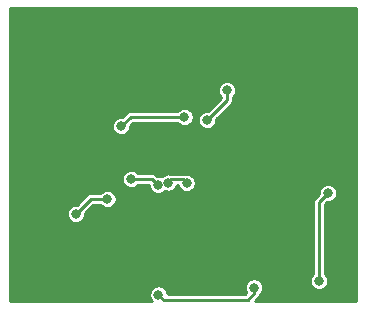
<source format=gbr>
G04 #@! TF.GenerationSoftware,KiCad,Pcbnew,(5.1.2)-2*
G04 #@! TF.CreationDate,2021-11-10T11:28:23-03:00*
G04 #@! TF.ProjectId,MAG_Plus,4d41475f-506c-4757-932e-6b696361645f,rev?*
G04 #@! TF.SameCoordinates,Original*
G04 #@! TF.FileFunction,Copper,L2,Bot*
G04 #@! TF.FilePolarity,Positive*
%FSLAX46Y46*%
G04 Gerber Fmt 4.6, Leading zero omitted, Abs format (unit mm)*
G04 Created by KiCad (PCBNEW (5.1.2)-2) date 2021-11-10 11:28:23*
%MOMM*%
%LPD*%
G04 APERTURE LIST*
%ADD10C,0.800000*%
%ADD11C,0.250000*%
%ADD12C,0.254000*%
G04 APERTURE END LIST*
D10*
X160750000Y-182500000D03*
X158500000Y-182000000D03*
X163187347Y-182362653D03*
X161625000Y-182320484D03*
X157650000Y-177550000D03*
X163000000Y-176750000D03*
X166600000Y-174500000D03*
X164937347Y-177012653D03*
X168900000Y-191200000D03*
X160800000Y-191800000D03*
X156475000Y-183700000D03*
X153800000Y-184950000D03*
X175150000Y-183200000D03*
X174400000Y-190650000D03*
D11*
X160750000Y-182500000D02*
X160250000Y-182000000D01*
X159065685Y-182000000D02*
X158500000Y-182000000D01*
X160250000Y-182000000D02*
X159065685Y-182000000D01*
X161895484Y-182050000D02*
X161625000Y-182320484D01*
X163187347Y-182362653D02*
X162874694Y-182050000D01*
X162874694Y-182050000D02*
X161895484Y-182050000D01*
X157650000Y-177550000D02*
X158450000Y-176750000D01*
X158450000Y-176750000D02*
X163000000Y-176750000D01*
X166600000Y-174500000D02*
X166600000Y-175350000D01*
X166600000Y-175350000D02*
X164937347Y-177012653D01*
X155050000Y-183700000D02*
X153800000Y-184950000D01*
X156475000Y-183700000D02*
X155050000Y-183700000D01*
X161250000Y-192250000D02*
X160800000Y-191800000D01*
X168350000Y-192250000D02*
X161250000Y-192250000D01*
X168900000Y-191200000D02*
X168900000Y-191700000D01*
X168900000Y-191700000D02*
X168350000Y-192250000D01*
X175150000Y-183200000D02*
X174400000Y-183950000D01*
X174400000Y-183950000D02*
X174400000Y-190650000D01*
D12*
G36*
X177548000Y-192348000D02*
G01*
X168961934Y-192348000D01*
X169237538Y-192072397D01*
X169256684Y-192056684D01*
X169281339Y-192026643D01*
X169303739Y-191999348D01*
X169319417Y-191980245D01*
X169366031Y-191893036D01*
X169392640Y-191805320D01*
X169395309Y-191803536D01*
X169503536Y-191695309D01*
X169588569Y-191568048D01*
X169647141Y-191426643D01*
X169677000Y-191276528D01*
X169677000Y-191123472D01*
X169647141Y-190973357D01*
X169588569Y-190831952D01*
X169503536Y-190704691D01*
X169395309Y-190596464D01*
X169360900Y-190573472D01*
X173623000Y-190573472D01*
X173623000Y-190726528D01*
X173652859Y-190876643D01*
X173711431Y-191018048D01*
X173796464Y-191145309D01*
X173904691Y-191253536D01*
X174031952Y-191338569D01*
X174173357Y-191397141D01*
X174323472Y-191427000D01*
X174476528Y-191427000D01*
X174626643Y-191397141D01*
X174768048Y-191338569D01*
X174895309Y-191253536D01*
X175003536Y-191145309D01*
X175088569Y-191018048D01*
X175147141Y-190876643D01*
X175177000Y-190726528D01*
X175177000Y-190573472D01*
X175147141Y-190423357D01*
X175088569Y-190281952D01*
X175003536Y-190154691D01*
X174902000Y-190053155D01*
X174902000Y-184157934D01*
X175082934Y-183977000D01*
X175226528Y-183977000D01*
X175376643Y-183947141D01*
X175518048Y-183888569D01*
X175645309Y-183803536D01*
X175753536Y-183695309D01*
X175838569Y-183568048D01*
X175897141Y-183426643D01*
X175927000Y-183276528D01*
X175927000Y-183123472D01*
X175897141Y-182973357D01*
X175838569Y-182831952D01*
X175753536Y-182704691D01*
X175645309Y-182596464D01*
X175518048Y-182511431D01*
X175376643Y-182452859D01*
X175226528Y-182423000D01*
X175073472Y-182423000D01*
X174923357Y-182452859D01*
X174781952Y-182511431D01*
X174654691Y-182596464D01*
X174546464Y-182704691D01*
X174461431Y-182831952D01*
X174402859Y-182973357D01*
X174373000Y-183123472D01*
X174373000Y-183267066D01*
X174062467Y-183577599D01*
X174043316Y-183593316D01*
X173980583Y-183669755D01*
X173933969Y-183756965D01*
X173905264Y-183851592D01*
X173898000Y-183925348D01*
X173898000Y-183925357D01*
X173895573Y-183950000D01*
X173898000Y-183974643D01*
X173898001Y-190053154D01*
X173796464Y-190154691D01*
X173711431Y-190281952D01*
X173652859Y-190423357D01*
X173623000Y-190573472D01*
X169360900Y-190573472D01*
X169268048Y-190511431D01*
X169126643Y-190452859D01*
X168976528Y-190423000D01*
X168823472Y-190423000D01*
X168673357Y-190452859D01*
X168531952Y-190511431D01*
X168404691Y-190596464D01*
X168296464Y-190704691D01*
X168211431Y-190831952D01*
X168152859Y-190973357D01*
X168123000Y-191123472D01*
X168123000Y-191276528D01*
X168152859Y-191426643D01*
X168211431Y-191568048D01*
X168255726Y-191634340D01*
X168142066Y-191748000D01*
X161577000Y-191748000D01*
X161577000Y-191723472D01*
X161547141Y-191573357D01*
X161488569Y-191431952D01*
X161403536Y-191304691D01*
X161295309Y-191196464D01*
X161168048Y-191111431D01*
X161026643Y-191052859D01*
X160876528Y-191023000D01*
X160723472Y-191023000D01*
X160573357Y-191052859D01*
X160431952Y-191111431D01*
X160304691Y-191196464D01*
X160196464Y-191304691D01*
X160111431Y-191431952D01*
X160052859Y-191573357D01*
X160023000Y-191723472D01*
X160023000Y-191876528D01*
X160052859Y-192026643D01*
X160111431Y-192168048D01*
X160196464Y-192295309D01*
X160249155Y-192348000D01*
X148252000Y-192348000D01*
X148252000Y-184873472D01*
X153023000Y-184873472D01*
X153023000Y-185026528D01*
X153052859Y-185176643D01*
X153111431Y-185318048D01*
X153196464Y-185445309D01*
X153304691Y-185553536D01*
X153431952Y-185638569D01*
X153573357Y-185697141D01*
X153723472Y-185727000D01*
X153876528Y-185727000D01*
X154026643Y-185697141D01*
X154168048Y-185638569D01*
X154295309Y-185553536D01*
X154403536Y-185445309D01*
X154488569Y-185318048D01*
X154547141Y-185176643D01*
X154577000Y-185026528D01*
X154577000Y-184882934D01*
X155257935Y-184202000D01*
X155878155Y-184202000D01*
X155979691Y-184303536D01*
X156106952Y-184388569D01*
X156248357Y-184447141D01*
X156398472Y-184477000D01*
X156551528Y-184477000D01*
X156701643Y-184447141D01*
X156843048Y-184388569D01*
X156970309Y-184303536D01*
X157078536Y-184195309D01*
X157163569Y-184068048D01*
X157222141Y-183926643D01*
X157252000Y-183776528D01*
X157252000Y-183623472D01*
X157222141Y-183473357D01*
X157163569Y-183331952D01*
X157078536Y-183204691D01*
X156970309Y-183096464D01*
X156843048Y-183011431D01*
X156701643Y-182952859D01*
X156551528Y-182923000D01*
X156398472Y-182923000D01*
X156248357Y-182952859D01*
X156106952Y-183011431D01*
X155979691Y-183096464D01*
X155878155Y-183198000D01*
X155074643Y-183198000D01*
X155050000Y-183195573D01*
X155025357Y-183198000D01*
X155025347Y-183198000D01*
X154951591Y-183205264D01*
X154856964Y-183233969D01*
X154769755Y-183280583D01*
X154693316Y-183343316D01*
X154677603Y-183362462D01*
X153867066Y-184173000D01*
X153723472Y-184173000D01*
X153573357Y-184202859D01*
X153431952Y-184261431D01*
X153304691Y-184346464D01*
X153196464Y-184454691D01*
X153111431Y-184581952D01*
X153052859Y-184723357D01*
X153023000Y-184873472D01*
X148252000Y-184873472D01*
X148252000Y-181923472D01*
X157723000Y-181923472D01*
X157723000Y-182076528D01*
X157752859Y-182226643D01*
X157811431Y-182368048D01*
X157896464Y-182495309D01*
X158004691Y-182603536D01*
X158131952Y-182688569D01*
X158273357Y-182747141D01*
X158423472Y-182777000D01*
X158576528Y-182777000D01*
X158726643Y-182747141D01*
X158868048Y-182688569D01*
X158995309Y-182603536D01*
X159096845Y-182502000D01*
X159973000Y-182502000D01*
X159973000Y-182576528D01*
X160002859Y-182726643D01*
X160061431Y-182868048D01*
X160146464Y-182995309D01*
X160254691Y-183103536D01*
X160381952Y-183188569D01*
X160523357Y-183247141D01*
X160673472Y-183277000D01*
X160826528Y-183277000D01*
X160976643Y-183247141D01*
X161118048Y-183188569D01*
X161245309Y-183103536D01*
X161315529Y-183033316D01*
X161398357Y-183067625D01*
X161548472Y-183097484D01*
X161701528Y-183097484D01*
X161851643Y-183067625D01*
X161993048Y-183009053D01*
X162120309Y-182924020D01*
X162228536Y-182815793D01*
X162313569Y-182688532D01*
X162370123Y-182552000D01*
X162432788Y-182552000D01*
X162440206Y-182589296D01*
X162498778Y-182730701D01*
X162583811Y-182857962D01*
X162692038Y-182966189D01*
X162819299Y-183051222D01*
X162960704Y-183109794D01*
X163110819Y-183139653D01*
X163263875Y-183139653D01*
X163413990Y-183109794D01*
X163555395Y-183051222D01*
X163682656Y-182966189D01*
X163790883Y-182857962D01*
X163875916Y-182730701D01*
X163934488Y-182589296D01*
X163964347Y-182439181D01*
X163964347Y-182286125D01*
X163934488Y-182136010D01*
X163875916Y-181994605D01*
X163790883Y-181867344D01*
X163682656Y-181759117D01*
X163555395Y-181674084D01*
X163413990Y-181615512D01*
X163263875Y-181585653D01*
X163110819Y-181585653D01*
X163081712Y-181591443D01*
X163067730Y-181583969D01*
X162973103Y-181555264D01*
X162899347Y-181548000D01*
X162899337Y-181548000D01*
X162874694Y-181545573D01*
X162850051Y-181548000D01*
X161920126Y-181548000D01*
X161895483Y-181545573D01*
X161870840Y-181548000D01*
X161870831Y-181548000D01*
X161797075Y-181555264D01*
X161782690Y-181559628D01*
X161701528Y-181543484D01*
X161548472Y-181543484D01*
X161398357Y-181573343D01*
X161256952Y-181631915D01*
X161129691Y-181716948D01*
X161059471Y-181787168D01*
X160976643Y-181752859D01*
X160826528Y-181723000D01*
X160682934Y-181723000D01*
X160622401Y-181662467D01*
X160606684Y-181643316D01*
X160530245Y-181580583D01*
X160443036Y-181533969D01*
X160348409Y-181505264D01*
X160274653Y-181498000D01*
X160274643Y-181498000D01*
X160250000Y-181495573D01*
X160225357Y-181498000D01*
X159096845Y-181498000D01*
X158995309Y-181396464D01*
X158868048Y-181311431D01*
X158726643Y-181252859D01*
X158576528Y-181223000D01*
X158423472Y-181223000D01*
X158273357Y-181252859D01*
X158131952Y-181311431D01*
X158004691Y-181396464D01*
X157896464Y-181504691D01*
X157811431Y-181631952D01*
X157752859Y-181773357D01*
X157723000Y-181923472D01*
X148252000Y-181923472D01*
X148252000Y-177473472D01*
X156873000Y-177473472D01*
X156873000Y-177626528D01*
X156902859Y-177776643D01*
X156961431Y-177918048D01*
X157046464Y-178045309D01*
X157154691Y-178153536D01*
X157281952Y-178238569D01*
X157423357Y-178297141D01*
X157573472Y-178327000D01*
X157726528Y-178327000D01*
X157876643Y-178297141D01*
X158018048Y-178238569D01*
X158145309Y-178153536D01*
X158253536Y-178045309D01*
X158338569Y-177918048D01*
X158397141Y-177776643D01*
X158427000Y-177626528D01*
X158427000Y-177482935D01*
X158657936Y-177252000D01*
X162403155Y-177252000D01*
X162504691Y-177353536D01*
X162631952Y-177438569D01*
X162773357Y-177497141D01*
X162923472Y-177527000D01*
X163076528Y-177527000D01*
X163226643Y-177497141D01*
X163368048Y-177438569D01*
X163495309Y-177353536D01*
X163603536Y-177245309D01*
X163688569Y-177118048D01*
X163747141Y-176976643D01*
X163755200Y-176936125D01*
X164160347Y-176936125D01*
X164160347Y-177089181D01*
X164190206Y-177239296D01*
X164248778Y-177380701D01*
X164333811Y-177507962D01*
X164442038Y-177616189D01*
X164569299Y-177701222D01*
X164710704Y-177759794D01*
X164860819Y-177789653D01*
X165013875Y-177789653D01*
X165163990Y-177759794D01*
X165305395Y-177701222D01*
X165432656Y-177616189D01*
X165540883Y-177507962D01*
X165625916Y-177380701D01*
X165684488Y-177239296D01*
X165714347Y-177089181D01*
X165714347Y-176945587D01*
X166937538Y-175722397D01*
X166956684Y-175706684D01*
X167019417Y-175630245D01*
X167066031Y-175543036D01*
X167094736Y-175448409D01*
X167102000Y-175374653D01*
X167102000Y-175374644D01*
X167104427Y-175350001D01*
X167102000Y-175325358D01*
X167102000Y-175096845D01*
X167203536Y-174995309D01*
X167288569Y-174868048D01*
X167347141Y-174726643D01*
X167377000Y-174576528D01*
X167377000Y-174423472D01*
X167347141Y-174273357D01*
X167288569Y-174131952D01*
X167203536Y-174004691D01*
X167095309Y-173896464D01*
X166968048Y-173811431D01*
X166826643Y-173752859D01*
X166676528Y-173723000D01*
X166523472Y-173723000D01*
X166373357Y-173752859D01*
X166231952Y-173811431D01*
X166104691Y-173896464D01*
X165996464Y-174004691D01*
X165911431Y-174131952D01*
X165852859Y-174273357D01*
X165823000Y-174423472D01*
X165823000Y-174576528D01*
X165852859Y-174726643D01*
X165911431Y-174868048D01*
X165996464Y-174995309D01*
X166098001Y-175096846D01*
X166098001Y-175142064D01*
X165004413Y-176235653D01*
X164860819Y-176235653D01*
X164710704Y-176265512D01*
X164569299Y-176324084D01*
X164442038Y-176409117D01*
X164333811Y-176517344D01*
X164248778Y-176644605D01*
X164190206Y-176786010D01*
X164160347Y-176936125D01*
X163755200Y-176936125D01*
X163777000Y-176826528D01*
X163777000Y-176673472D01*
X163747141Y-176523357D01*
X163688569Y-176381952D01*
X163603536Y-176254691D01*
X163495309Y-176146464D01*
X163368048Y-176061431D01*
X163226643Y-176002859D01*
X163076528Y-175973000D01*
X162923472Y-175973000D01*
X162773357Y-176002859D01*
X162631952Y-176061431D01*
X162504691Y-176146464D01*
X162403155Y-176248000D01*
X158474643Y-176248000D01*
X158450000Y-176245573D01*
X158425357Y-176248000D01*
X158425347Y-176248000D01*
X158351591Y-176255264D01*
X158256964Y-176283969D01*
X158169755Y-176330583D01*
X158169753Y-176330584D01*
X158169754Y-176330584D01*
X158112464Y-176377600D01*
X158112456Y-176377608D01*
X158093316Y-176393316D01*
X158077607Y-176412457D01*
X157717065Y-176773000D01*
X157573472Y-176773000D01*
X157423357Y-176802859D01*
X157281952Y-176861431D01*
X157154691Y-176946464D01*
X157046464Y-177054691D01*
X156961431Y-177181952D01*
X156902859Y-177323357D01*
X156873000Y-177473472D01*
X148252000Y-177473472D01*
X148252000Y-167552000D01*
X177548001Y-167552000D01*
X177548000Y-192348000D01*
X177548000Y-192348000D01*
G37*
X177548000Y-192348000D02*
X168961934Y-192348000D01*
X169237538Y-192072397D01*
X169256684Y-192056684D01*
X169281339Y-192026643D01*
X169303739Y-191999348D01*
X169319417Y-191980245D01*
X169366031Y-191893036D01*
X169392640Y-191805320D01*
X169395309Y-191803536D01*
X169503536Y-191695309D01*
X169588569Y-191568048D01*
X169647141Y-191426643D01*
X169677000Y-191276528D01*
X169677000Y-191123472D01*
X169647141Y-190973357D01*
X169588569Y-190831952D01*
X169503536Y-190704691D01*
X169395309Y-190596464D01*
X169360900Y-190573472D01*
X173623000Y-190573472D01*
X173623000Y-190726528D01*
X173652859Y-190876643D01*
X173711431Y-191018048D01*
X173796464Y-191145309D01*
X173904691Y-191253536D01*
X174031952Y-191338569D01*
X174173357Y-191397141D01*
X174323472Y-191427000D01*
X174476528Y-191427000D01*
X174626643Y-191397141D01*
X174768048Y-191338569D01*
X174895309Y-191253536D01*
X175003536Y-191145309D01*
X175088569Y-191018048D01*
X175147141Y-190876643D01*
X175177000Y-190726528D01*
X175177000Y-190573472D01*
X175147141Y-190423357D01*
X175088569Y-190281952D01*
X175003536Y-190154691D01*
X174902000Y-190053155D01*
X174902000Y-184157934D01*
X175082934Y-183977000D01*
X175226528Y-183977000D01*
X175376643Y-183947141D01*
X175518048Y-183888569D01*
X175645309Y-183803536D01*
X175753536Y-183695309D01*
X175838569Y-183568048D01*
X175897141Y-183426643D01*
X175927000Y-183276528D01*
X175927000Y-183123472D01*
X175897141Y-182973357D01*
X175838569Y-182831952D01*
X175753536Y-182704691D01*
X175645309Y-182596464D01*
X175518048Y-182511431D01*
X175376643Y-182452859D01*
X175226528Y-182423000D01*
X175073472Y-182423000D01*
X174923357Y-182452859D01*
X174781952Y-182511431D01*
X174654691Y-182596464D01*
X174546464Y-182704691D01*
X174461431Y-182831952D01*
X174402859Y-182973357D01*
X174373000Y-183123472D01*
X174373000Y-183267066D01*
X174062467Y-183577599D01*
X174043316Y-183593316D01*
X173980583Y-183669755D01*
X173933969Y-183756965D01*
X173905264Y-183851592D01*
X173898000Y-183925348D01*
X173898000Y-183925357D01*
X173895573Y-183950000D01*
X173898000Y-183974643D01*
X173898001Y-190053154D01*
X173796464Y-190154691D01*
X173711431Y-190281952D01*
X173652859Y-190423357D01*
X173623000Y-190573472D01*
X169360900Y-190573472D01*
X169268048Y-190511431D01*
X169126643Y-190452859D01*
X168976528Y-190423000D01*
X168823472Y-190423000D01*
X168673357Y-190452859D01*
X168531952Y-190511431D01*
X168404691Y-190596464D01*
X168296464Y-190704691D01*
X168211431Y-190831952D01*
X168152859Y-190973357D01*
X168123000Y-191123472D01*
X168123000Y-191276528D01*
X168152859Y-191426643D01*
X168211431Y-191568048D01*
X168255726Y-191634340D01*
X168142066Y-191748000D01*
X161577000Y-191748000D01*
X161577000Y-191723472D01*
X161547141Y-191573357D01*
X161488569Y-191431952D01*
X161403536Y-191304691D01*
X161295309Y-191196464D01*
X161168048Y-191111431D01*
X161026643Y-191052859D01*
X160876528Y-191023000D01*
X160723472Y-191023000D01*
X160573357Y-191052859D01*
X160431952Y-191111431D01*
X160304691Y-191196464D01*
X160196464Y-191304691D01*
X160111431Y-191431952D01*
X160052859Y-191573357D01*
X160023000Y-191723472D01*
X160023000Y-191876528D01*
X160052859Y-192026643D01*
X160111431Y-192168048D01*
X160196464Y-192295309D01*
X160249155Y-192348000D01*
X148252000Y-192348000D01*
X148252000Y-184873472D01*
X153023000Y-184873472D01*
X153023000Y-185026528D01*
X153052859Y-185176643D01*
X153111431Y-185318048D01*
X153196464Y-185445309D01*
X153304691Y-185553536D01*
X153431952Y-185638569D01*
X153573357Y-185697141D01*
X153723472Y-185727000D01*
X153876528Y-185727000D01*
X154026643Y-185697141D01*
X154168048Y-185638569D01*
X154295309Y-185553536D01*
X154403536Y-185445309D01*
X154488569Y-185318048D01*
X154547141Y-185176643D01*
X154577000Y-185026528D01*
X154577000Y-184882934D01*
X155257935Y-184202000D01*
X155878155Y-184202000D01*
X155979691Y-184303536D01*
X156106952Y-184388569D01*
X156248357Y-184447141D01*
X156398472Y-184477000D01*
X156551528Y-184477000D01*
X156701643Y-184447141D01*
X156843048Y-184388569D01*
X156970309Y-184303536D01*
X157078536Y-184195309D01*
X157163569Y-184068048D01*
X157222141Y-183926643D01*
X157252000Y-183776528D01*
X157252000Y-183623472D01*
X157222141Y-183473357D01*
X157163569Y-183331952D01*
X157078536Y-183204691D01*
X156970309Y-183096464D01*
X156843048Y-183011431D01*
X156701643Y-182952859D01*
X156551528Y-182923000D01*
X156398472Y-182923000D01*
X156248357Y-182952859D01*
X156106952Y-183011431D01*
X155979691Y-183096464D01*
X155878155Y-183198000D01*
X155074643Y-183198000D01*
X155050000Y-183195573D01*
X155025357Y-183198000D01*
X155025347Y-183198000D01*
X154951591Y-183205264D01*
X154856964Y-183233969D01*
X154769755Y-183280583D01*
X154693316Y-183343316D01*
X154677603Y-183362462D01*
X153867066Y-184173000D01*
X153723472Y-184173000D01*
X153573357Y-184202859D01*
X153431952Y-184261431D01*
X153304691Y-184346464D01*
X153196464Y-184454691D01*
X153111431Y-184581952D01*
X153052859Y-184723357D01*
X153023000Y-184873472D01*
X148252000Y-184873472D01*
X148252000Y-181923472D01*
X157723000Y-181923472D01*
X157723000Y-182076528D01*
X157752859Y-182226643D01*
X157811431Y-182368048D01*
X157896464Y-182495309D01*
X158004691Y-182603536D01*
X158131952Y-182688569D01*
X158273357Y-182747141D01*
X158423472Y-182777000D01*
X158576528Y-182777000D01*
X158726643Y-182747141D01*
X158868048Y-182688569D01*
X158995309Y-182603536D01*
X159096845Y-182502000D01*
X159973000Y-182502000D01*
X159973000Y-182576528D01*
X160002859Y-182726643D01*
X160061431Y-182868048D01*
X160146464Y-182995309D01*
X160254691Y-183103536D01*
X160381952Y-183188569D01*
X160523357Y-183247141D01*
X160673472Y-183277000D01*
X160826528Y-183277000D01*
X160976643Y-183247141D01*
X161118048Y-183188569D01*
X161245309Y-183103536D01*
X161315529Y-183033316D01*
X161398357Y-183067625D01*
X161548472Y-183097484D01*
X161701528Y-183097484D01*
X161851643Y-183067625D01*
X161993048Y-183009053D01*
X162120309Y-182924020D01*
X162228536Y-182815793D01*
X162313569Y-182688532D01*
X162370123Y-182552000D01*
X162432788Y-182552000D01*
X162440206Y-182589296D01*
X162498778Y-182730701D01*
X162583811Y-182857962D01*
X162692038Y-182966189D01*
X162819299Y-183051222D01*
X162960704Y-183109794D01*
X163110819Y-183139653D01*
X163263875Y-183139653D01*
X163413990Y-183109794D01*
X163555395Y-183051222D01*
X163682656Y-182966189D01*
X163790883Y-182857962D01*
X163875916Y-182730701D01*
X163934488Y-182589296D01*
X163964347Y-182439181D01*
X163964347Y-182286125D01*
X163934488Y-182136010D01*
X163875916Y-181994605D01*
X163790883Y-181867344D01*
X163682656Y-181759117D01*
X163555395Y-181674084D01*
X163413990Y-181615512D01*
X163263875Y-181585653D01*
X163110819Y-181585653D01*
X163081712Y-181591443D01*
X163067730Y-181583969D01*
X162973103Y-181555264D01*
X162899347Y-181548000D01*
X162899337Y-181548000D01*
X162874694Y-181545573D01*
X162850051Y-181548000D01*
X161920126Y-181548000D01*
X161895483Y-181545573D01*
X161870840Y-181548000D01*
X161870831Y-181548000D01*
X161797075Y-181555264D01*
X161782690Y-181559628D01*
X161701528Y-181543484D01*
X161548472Y-181543484D01*
X161398357Y-181573343D01*
X161256952Y-181631915D01*
X161129691Y-181716948D01*
X161059471Y-181787168D01*
X160976643Y-181752859D01*
X160826528Y-181723000D01*
X160682934Y-181723000D01*
X160622401Y-181662467D01*
X160606684Y-181643316D01*
X160530245Y-181580583D01*
X160443036Y-181533969D01*
X160348409Y-181505264D01*
X160274653Y-181498000D01*
X160274643Y-181498000D01*
X160250000Y-181495573D01*
X160225357Y-181498000D01*
X159096845Y-181498000D01*
X158995309Y-181396464D01*
X158868048Y-181311431D01*
X158726643Y-181252859D01*
X158576528Y-181223000D01*
X158423472Y-181223000D01*
X158273357Y-181252859D01*
X158131952Y-181311431D01*
X158004691Y-181396464D01*
X157896464Y-181504691D01*
X157811431Y-181631952D01*
X157752859Y-181773357D01*
X157723000Y-181923472D01*
X148252000Y-181923472D01*
X148252000Y-177473472D01*
X156873000Y-177473472D01*
X156873000Y-177626528D01*
X156902859Y-177776643D01*
X156961431Y-177918048D01*
X157046464Y-178045309D01*
X157154691Y-178153536D01*
X157281952Y-178238569D01*
X157423357Y-178297141D01*
X157573472Y-178327000D01*
X157726528Y-178327000D01*
X157876643Y-178297141D01*
X158018048Y-178238569D01*
X158145309Y-178153536D01*
X158253536Y-178045309D01*
X158338569Y-177918048D01*
X158397141Y-177776643D01*
X158427000Y-177626528D01*
X158427000Y-177482935D01*
X158657936Y-177252000D01*
X162403155Y-177252000D01*
X162504691Y-177353536D01*
X162631952Y-177438569D01*
X162773357Y-177497141D01*
X162923472Y-177527000D01*
X163076528Y-177527000D01*
X163226643Y-177497141D01*
X163368048Y-177438569D01*
X163495309Y-177353536D01*
X163603536Y-177245309D01*
X163688569Y-177118048D01*
X163747141Y-176976643D01*
X163755200Y-176936125D01*
X164160347Y-176936125D01*
X164160347Y-177089181D01*
X164190206Y-177239296D01*
X164248778Y-177380701D01*
X164333811Y-177507962D01*
X164442038Y-177616189D01*
X164569299Y-177701222D01*
X164710704Y-177759794D01*
X164860819Y-177789653D01*
X165013875Y-177789653D01*
X165163990Y-177759794D01*
X165305395Y-177701222D01*
X165432656Y-177616189D01*
X165540883Y-177507962D01*
X165625916Y-177380701D01*
X165684488Y-177239296D01*
X165714347Y-177089181D01*
X165714347Y-176945587D01*
X166937538Y-175722397D01*
X166956684Y-175706684D01*
X167019417Y-175630245D01*
X167066031Y-175543036D01*
X167094736Y-175448409D01*
X167102000Y-175374653D01*
X167102000Y-175374644D01*
X167104427Y-175350001D01*
X167102000Y-175325358D01*
X167102000Y-175096845D01*
X167203536Y-174995309D01*
X167288569Y-174868048D01*
X167347141Y-174726643D01*
X167377000Y-174576528D01*
X167377000Y-174423472D01*
X167347141Y-174273357D01*
X167288569Y-174131952D01*
X167203536Y-174004691D01*
X167095309Y-173896464D01*
X166968048Y-173811431D01*
X166826643Y-173752859D01*
X166676528Y-173723000D01*
X166523472Y-173723000D01*
X166373357Y-173752859D01*
X166231952Y-173811431D01*
X166104691Y-173896464D01*
X165996464Y-174004691D01*
X165911431Y-174131952D01*
X165852859Y-174273357D01*
X165823000Y-174423472D01*
X165823000Y-174576528D01*
X165852859Y-174726643D01*
X165911431Y-174868048D01*
X165996464Y-174995309D01*
X166098001Y-175096846D01*
X166098001Y-175142064D01*
X165004413Y-176235653D01*
X164860819Y-176235653D01*
X164710704Y-176265512D01*
X164569299Y-176324084D01*
X164442038Y-176409117D01*
X164333811Y-176517344D01*
X164248778Y-176644605D01*
X164190206Y-176786010D01*
X164160347Y-176936125D01*
X163755200Y-176936125D01*
X163777000Y-176826528D01*
X163777000Y-176673472D01*
X163747141Y-176523357D01*
X163688569Y-176381952D01*
X163603536Y-176254691D01*
X163495309Y-176146464D01*
X163368048Y-176061431D01*
X163226643Y-176002859D01*
X163076528Y-175973000D01*
X162923472Y-175973000D01*
X162773357Y-176002859D01*
X162631952Y-176061431D01*
X162504691Y-176146464D01*
X162403155Y-176248000D01*
X158474643Y-176248000D01*
X158450000Y-176245573D01*
X158425357Y-176248000D01*
X158425347Y-176248000D01*
X158351591Y-176255264D01*
X158256964Y-176283969D01*
X158169755Y-176330583D01*
X158169753Y-176330584D01*
X158169754Y-176330584D01*
X158112464Y-176377600D01*
X158112456Y-176377608D01*
X158093316Y-176393316D01*
X158077607Y-176412457D01*
X157717065Y-176773000D01*
X157573472Y-176773000D01*
X157423357Y-176802859D01*
X157281952Y-176861431D01*
X157154691Y-176946464D01*
X157046464Y-177054691D01*
X156961431Y-177181952D01*
X156902859Y-177323357D01*
X156873000Y-177473472D01*
X148252000Y-177473472D01*
X148252000Y-167552000D01*
X177548001Y-167552000D01*
X177548000Y-192348000D01*
M02*

</source>
